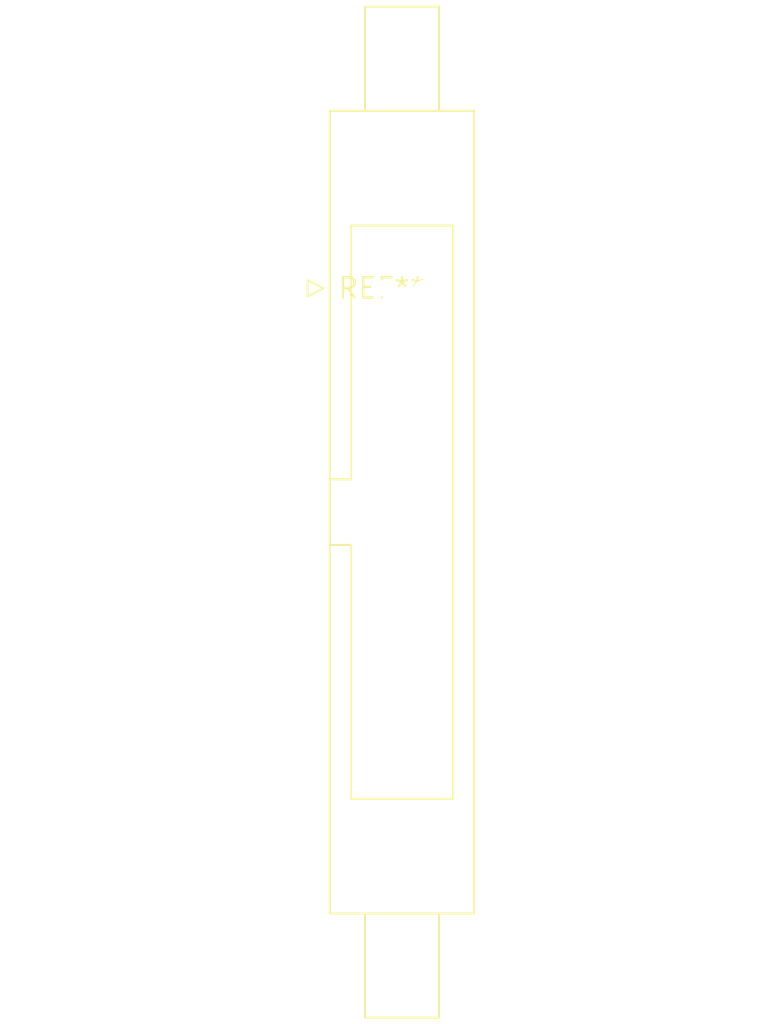
<source format=kicad_pcb>
(kicad_pcb (version 20240108) (generator pcbnew)
  (layers (0 "F.Cu" signal) (31 "B.Cu" signal) (34 "B.Paste" user) (35 "F.Paste" user) (36 "B.SilkS" user "B.Silkscreen") (37 "F.SilkS" user "F.Silkscreen") (38 "B.Mask" user) (39 "F.Mask" user) (44 "Edge.Cuts" user))
  (net 0 "")
  (footprint "IDC-Header_2x12_P2.54mm_Latch6.5mm_Vertical" (layer "F.Cu") (at 0 0)
    (property "Reference" "REF**")
    (property "Value" "IDC-Header_2x12_P2.54mm_Latch6.5mm_Vertical")
    (fp_line (start -4.63 -0.5) (end -4.63 0.5) (layer "F.SilkS") (stroke (width 0.12)))
    (fp_line (start -4.63 0.5) (end -3.63 0) (layer "F.SilkS") (stroke (width 0.12)))
    (fp_line (start -3.63 0) (end -4.63 -0.5) (layer "F.SilkS") (stroke (width 0.12)))
    (fp_line (start -3.24 -11.08) (end 5.78 -11.08) (layer "F.SilkS") (stroke (width 0.12)))
    (fp_line (start -3.24 11.92) (end -1.93 11.92) (layer "F.SilkS") (stroke (width 0.12)))
    (fp_line (start -3.24 39.02) (end -3.24 -11.08) (layer "F.SilkS") (stroke (width 0.12)))
    (fp_line (start -1.93 -3.92) (end 4.47 -3.92) (layer "F.SilkS") (stroke (width 0.12)))
    (fp_line (start -1.93 11.92) (end -1.93 -3.92) (layer "F.SilkS") (stroke (width 0.12)))
    (fp_line (start -1.93 16.02) (end -3.24 16.02) (layer "F.SilkS") (stroke (width 0.12)))
    (fp_line (start -1.93 16.02) (end -1.93 16.02) (layer "F.SilkS") (stroke (width 0.12)))
    (fp_line (start -1.93 31.86) (end -1.93 16.02) (layer "F.SilkS") (stroke (width 0.12)))
    (fp_line (start -1.04 -17.58) (end 3.58 -17.58) (layer "F.SilkS") (stroke (width 0.12)))
    (fp_line (start -1.04 -11.08) (end -1.04 -17.58) (layer "F.SilkS") (stroke (width 0.12)))
    (fp_line (start -1.04 39.02) (end -1.04 45.52) (layer "F.SilkS") (stroke (width 0.12)))
    (fp_line (start -1.04 45.52) (end 3.58 45.52) (layer "F.SilkS") (stroke (width 0.12)))
    (fp_line (start 3.58 -17.58) (end 3.58 -11.08) (layer "F.SilkS") (stroke (width 0.12)))
    (fp_line (start 3.58 45.52) (end 3.58 39.02) (layer "F.SilkS") (stroke (width 0.12)))
    (fp_line (start 4.47 -3.92) (end 4.47 31.86) (layer "F.SilkS") (stroke (width 0.12)))
    (fp_line (start 4.47 31.86) (end -1.93 31.86) (layer "F.SilkS") (stroke (width 0.12)))
    (fp_line (start 5.78 -11.08) (end 5.78 39.02) (layer "F.SilkS") (stroke (width 0.12)))
    (fp_line (start 5.78 39.02) (end -3.24 39.02) (layer "F.SilkS") (stroke (width 0.12)))
    (pad "1" thru_hole roundrect (at 0 0) (size 1.7 1.7) (drill 1) (layers *.Cu *.Mask) (remove_unused_layers) (roundrect_rratio 0.147059))
    (pad "2" thru_hole circle (at 2.54 0) (size 1.7 1.7) (drill 1) (layers *.Cu *.Mask) (remove_unused_layers))
    (pad "3" thru_hole circle (at 0 2.54) (size 1.7 1.7) (drill 1) (layers *.Cu *.Mask) (remove_unused_layers))
    (pad "4" thru_hole circle (at 2.54 2.54) (size 1.7 1.7) (drill 1) (layers *.Cu *.Mask) (remove_unused_layers))
    (pad "5" thru_hole circle (at 0 5.08) (size 1.7 1.7) (drill 1) (layers *.Cu *.Mask) (remove_unused_layers))
    (pad "6" thru_hole circle (at 2.54 5.08) (size 1.7 1.7) (drill 1) (layers *.Cu *.Mask) (remove_unused_layers))
    (pad "7" thru_hole circle (at 0 7.62) (size 1.7 1.7) (drill 1) (layers *.Cu *.Mask) (remove_unused_layers))
    (pad "8" thru_hole circle (at 2.54 7.62) (size 1.7 1.7) (drill 1) (layers *.Cu *.Mask) (remove_unused_layers))
    (pad "9" thru_hole circle (at 0 10.16) (size 1.7 1.7) (drill 1) (layers *.Cu *.Mask) (remove_unused_layers))
    (pad "10" thru_hole circle (at 2.54 10.16) (size 1.7 1.7) (drill 1) (layers *.Cu *.Mask) (remove_unused_layers))
    (pad "11" thru_hole circle (at 0 12.7) (size 1.7 1.7) (drill 1) (layers *.Cu *.Mask) (remove_unused_layers))
    (pad "12" thru_hole circle (at 2.54 12.7) (size 1.7 1.7) (drill 1) (layers *.Cu *.Mask) (remove_unused_layers))
    (pad "13" thru_hole circle (at 0 15.24) (size 1.7 1.7) (drill 1) (layers *.Cu *.Mask) (remove_unused_layers))
    (pad "14" thru_hole circle (at 2.54 15.24) (size 1.7 1.7) (drill 1) (layers *.Cu *.Mask) (remove_unused_layers))
    (pad "15" thru_hole circle (at 0 17.78) (size 1.7 1.7) (drill 1) (layers *.Cu *.Mask) (remove_unused_layers))
    (pad "16" thru_hole circle (at 2.54 17.78) (size 1.7 1.7) (drill 1) (layers *.Cu *.Mask) (remove_unused_layers))
    (pad "17" thru_hole circle (at 0 20.32) (size 1.7 1.7) (drill 1) (layers *.Cu *.Mask) (remove_unused_layers))
    (pad "18" thru_hole circle (at 2.54 20.32) (size 1.7 1.7) (drill 1) (layers *.Cu *.Mask) (remove_unused_layers))
    (pad "19" thru_hole circle (at 0 22.86) (size 1.7 1.7) (drill 1) (layers *.Cu *.Mask) (remove_unused_layers))
    (pad "20" thru_hole circle (at 2.54 22.86) (size 1.7 1.7) (drill 1) (layers *.Cu *.Mask) (remove_unused_layers))
    (pad "21" thru_hole circle (at 0 25.4) (size 1.7 1.7) (drill 1) (layers *.Cu *.Mask) (remove_unused_layers))
    (pad "22" thru_hole circle (at 2.54 25.4) (size 1.7 1.7) (drill 1) (layers *.Cu *.Mask) (remove_unused_layers))
    (pad "23" thru_hole circle (at 0 27.94) (size 1.7 1.7) (drill 1) (layers *.Cu *.Mask) (remove_unused_layers))
    (pad "24" thru_hole circle (at 2.54 27.94) (size 1.7 1.7) (drill 1) (layers *.Cu *.Mask) (remove_unused_layers))
  )
)
</source>
